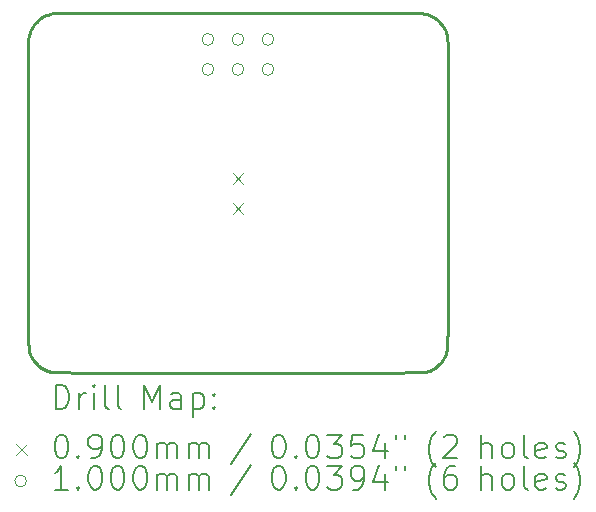
<source format=gbr>
%TF.GenerationSoftware,KiCad,Pcbnew,(6.99.0-2452-gdb4f2d9dd8)*%
%TF.CreationDate,2022-08-01T23:18:10-05:00*%
%TF.ProjectId,DDS,4444532e-6b69-4636-9164-5f7063625858,rev?*%
%TF.SameCoordinates,Original*%
%TF.FileFunction,Drillmap*%
%TF.FilePolarity,Positive*%
%FSLAX45Y45*%
G04 Gerber Fmt 4.5, Leading zero omitted, Abs format (unit mm)*
G04 Created by KiCad (PCBNEW (6.99.0-2452-gdb4f2d9dd8)) date 2022-08-01 23:18:10*
%MOMM*%
%LPD*%
G01*
G04 APERTURE LIST*
%ADD10C,0.240000*%
%ADD11C,0.200000*%
%ADD12C,0.090000*%
%ADD13C,0.100000*%
G04 APERTURE END LIST*
D10*
X15312848Y-9748300D02*
X15510523Y-9750080D01*
X15559004Y-9753362D01*
X15575298Y-9758353D01*
X15591121Y-9764381D01*
X15606432Y-9771404D01*
X15621192Y-9779384D01*
X15635361Y-9788281D01*
X15648901Y-9798057D01*
X15661771Y-9808670D01*
X15673932Y-9820081D01*
X15685344Y-9832252D01*
X15695968Y-9845143D01*
X15705764Y-9858713D01*
X15714693Y-9872923D01*
X15722716Y-9887735D01*
X15729792Y-9903107D01*
X15735882Y-9919002D01*
X15740947Y-9935378D01*
X15741956Y-9940112D01*
X15742846Y-9947578D01*
X15743625Y-9959438D01*
X15744299Y-9977355D01*
X15744875Y-10002990D01*
X15745363Y-10038005D01*
X15746099Y-10142825D01*
X15746567Y-10305110D01*
X15746827Y-10538158D01*
X15746963Y-11269726D01*
X15746099Y-12396628D01*
X15744299Y-12562098D01*
X15740947Y-12604074D01*
X15735945Y-12620290D01*
X15729953Y-12636015D01*
X15723005Y-12651218D01*
X15715134Y-12665865D01*
X15706372Y-12679922D01*
X15696753Y-12693355D01*
X15686311Y-12706132D01*
X15675077Y-12718220D01*
X15663085Y-12729584D01*
X15650368Y-12740191D01*
X15636960Y-12750008D01*
X15622892Y-12759002D01*
X15608200Y-12767139D01*
X15592914Y-12774385D01*
X15577069Y-12780708D01*
X15560697Y-12786074D01*
X15556016Y-12787073D01*
X15547889Y-12787955D01*
X15534366Y-12788729D01*
X15513494Y-12789402D01*
X15483320Y-12789983D01*
X15441892Y-12790480D01*
X15317464Y-12791252D01*
X15124593Y-12791783D01*
X14847658Y-12792139D01*
X13979124Y-12792578D01*
X12712259Y-12792174D01*
X12395371Y-12788630D01*
X12395372Y-12788623D01*
X12386215Y-12786626D01*
X12377239Y-12784330D01*
X12368436Y-12781730D01*
X12359802Y-12778824D01*
X12351332Y-12775609D01*
X12343019Y-12772083D01*
X12334859Y-12768241D01*
X12326846Y-12764082D01*
X12318975Y-12759601D01*
X12311239Y-12754797D01*
X12303635Y-12749666D01*
X12296156Y-12744205D01*
X12288797Y-12738411D01*
X12281552Y-12732282D01*
X12274417Y-12725814D01*
X12267385Y-12719004D01*
X12262419Y-12713945D01*
X12257704Y-12708948D01*
X12253227Y-12703991D01*
X12248975Y-12699057D01*
X12244935Y-12694125D01*
X12241093Y-12689175D01*
X12237436Y-12684189D01*
X12233951Y-12679146D01*
X12230626Y-12674027D01*
X12227446Y-12668812D01*
X12224399Y-12663482D01*
X12221472Y-12658017D01*
X12218652Y-12652397D01*
X12215925Y-12646603D01*
X12213278Y-12640616D01*
X12210699Y-12634415D01*
X12204379Y-12619642D01*
X12203069Y-12615681D01*
X12201860Y-12611011D01*
X12200749Y-12605333D01*
X12199730Y-12598348D01*
X12198801Y-12589754D01*
X12197957Y-12579251D01*
X12197195Y-12566541D01*
X12196512Y-12551321D01*
X12195364Y-12512155D01*
X12194484Y-12459353D01*
X12193841Y-12390513D01*
X12193406Y-12303235D01*
X12193147Y-12195116D01*
X12193036Y-12063755D01*
X12193464Y-11257877D01*
X12195089Y-10138309D01*
X12197003Y-9974473D01*
X12200385Y-9933690D01*
X12205683Y-9917566D01*
X12211823Y-9902016D01*
X12218786Y-9887058D01*
X12226553Y-9872713D01*
X12235104Y-9858999D01*
X12244422Y-9845936D01*
X12254486Y-9833542D01*
X12265278Y-9821839D01*
X12276779Y-9810844D01*
X12288970Y-9800578D01*
X12301832Y-9791059D01*
X12315345Y-9782307D01*
X12329492Y-9774341D01*
X12344252Y-9767181D01*
X12359607Y-9760845D01*
X12375538Y-9755354D01*
X12400938Y-9747422D01*
X13968964Y-9747422D01*
X15312848Y-9748300D01*
D11*
D12*
X13925705Y-11105000D02*
X14015705Y-11195000D01*
X14015705Y-11105000D02*
X13925705Y-11195000D01*
X13925705Y-11359000D02*
X14015705Y-11449000D01*
X14015705Y-11359000D02*
X13925705Y-11449000D01*
D13*
X13766705Y-9970000D02*
G75*
G03*
X13766705Y-9970000I-50000J0D01*
G01*
X13766705Y-10224000D02*
G75*
G03*
X13766705Y-10224000I-50000J0D01*
G01*
X14020705Y-9970000D02*
G75*
G03*
X14020705Y-9970000I-50000J0D01*
G01*
X14020705Y-10224000D02*
G75*
G03*
X14020705Y-10224000I-50000J0D01*
G01*
X14274705Y-9970000D02*
G75*
G03*
X14274705Y-9970000I-50000J0D01*
G01*
X14274705Y-10224000D02*
G75*
G03*
X14274705Y-10224000I-50000J0D01*
G01*
D11*
X12428655Y-13098054D02*
X12428655Y-12898054D01*
X12428655Y-12898054D02*
X12476274Y-12898054D01*
X12476274Y-12898054D02*
X12504846Y-12907578D01*
X12504846Y-12907578D02*
X12523894Y-12926625D01*
X12523894Y-12926625D02*
X12533417Y-12945673D01*
X12533417Y-12945673D02*
X12542941Y-12983768D01*
X12542941Y-12983768D02*
X12542941Y-13012340D01*
X12542941Y-13012340D02*
X12533417Y-13050435D01*
X12533417Y-13050435D02*
X12523894Y-13069482D01*
X12523894Y-13069482D02*
X12504846Y-13088530D01*
X12504846Y-13088530D02*
X12476274Y-13098054D01*
X12476274Y-13098054D02*
X12428655Y-13098054D01*
X12628655Y-13098054D02*
X12628655Y-12964721D01*
X12628655Y-13002816D02*
X12638179Y-12983768D01*
X12638179Y-12983768D02*
X12647703Y-12974244D01*
X12647703Y-12974244D02*
X12666751Y-12964721D01*
X12666751Y-12964721D02*
X12685798Y-12964721D01*
X12752465Y-13098054D02*
X12752465Y-12964721D01*
X12752465Y-12898054D02*
X12742941Y-12907578D01*
X12742941Y-12907578D02*
X12752465Y-12917102D01*
X12752465Y-12917102D02*
X12761989Y-12907578D01*
X12761989Y-12907578D02*
X12752465Y-12898054D01*
X12752465Y-12898054D02*
X12752465Y-12917102D01*
X12876274Y-13098054D02*
X12857227Y-13088530D01*
X12857227Y-13088530D02*
X12847703Y-13069482D01*
X12847703Y-13069482D02*
X12847703Y-12898054D01*
X12981036Y-13098054D02*
X12961989Y-13088530D01*
X12961989Y-13088530D02*
X12952465Y-13069482D01*
X12952465Y-13069482D02*
X12952465Y-12898054D01*
X13177227Y-13098054D02*
X13177227Y-12898054D01*
X13177227Y-12898054D02*
X13243894Y-13040911D01*
X13243894Y-13040911D02*
X13310560Y-12898054D01*
X13310560Y-12898054D02*
X13310560Y-13098054D01*
X13491513Y-13098054D02*
X13491513Y-12993292D01*
X13491513Y-12993292D02*
X13481989Y-12974244D01*
X13481989Y-12974244D02*
X13462941Y-12964721D01*
X13462941Y-12964721D02*
X13424846Y-12964721D01*
X13424846Y-12964721D02*
X13405798Y-12974244D01*
X13491513Y-13088530D02*
X13472465Y-13098054D01*
X13472465Y-13098054D02*
X13424846Y-13098054D01*
X13424846Y-13098054D02*
X13405798Y-13088530D01*
X13405798Y-13088530D02*
X13396274Y-13069482D01*
X13396274Y-13069482D02*
X13396274Y-13050435D01*
X13396274Y-13050435D02*
X13405798Y-13031387D01*
X13405798Y-13031387D02*
X13424846Y-13021863D01*
X13424846Y-13021863D02*
X13472465Y-13021863D01*
X13472465Y-13021863D02*
X13491513Y-13012340D01*
X13586751Y-12964721D02*
X13586751Y-13164721D01*
X13586751Y-12974244D02*
X13605798Y-12964721D01*
X13605798Y-12964721D02*
X13643894Y-12964721D01*
X13643894Y-12964721D02*
X13662941Y-12974244D01*
X13662941Y-12974244D02*
X13672465Y-12983768D01*
X13672465Y-12983768D02*
X13681989Y-13002816D01*
X13681989Y-13002816D02*
X13681989Y-13059959D01*
X13681989Y-13059959D02*
X13672465Y-13079006D01*
X13672465Y-13079006D02*
X13662941Y-13088530D01*
X13662941Y-13088530D02*
X13643894Y-13098054D01*
X13643894Y-13098054D02*
X13605798Y-13098054D01*
X13605798Y-13098054D02*
X13586751Y-13088530D01*
X13767703Y-13079006D02*
X13777227Y-13088530D01*
X13777227Y-13088530D02*
X13767703Y-13098054D01*
X13767703Y-13098054D02*
X13758179Y-13088530D01*
X13758179Y-13088530D02*
X13767703Y-13079006D01*
X13767703Y-13079006D02*
X13767703Y-13098054D01*
X13767703Y-12974244D02*
X13777227Y-12983768D01*
X13777227Y-12983768D02*
X13767703Y-12993292D01*
X13767703Y-12993292D02*
X13758179Y-12983768D01*
X13758179Y-12983768D02*
X13767703Y-12974244D01*
X13767703Y-12974244D02*
X13767703Y-12993292D01*
D12*
X12091036Y-13399578D02*
X12181036Y-13489578D01*
X12181036Y-13399578D02*
X12091036Y-13489578D01*
D11*
X12466751Y-13318054D02*
X12485798Y-13318054D01*
X12485798Y-13318054D02*
X12504846Y-13327578D01*
X12504846Y-13327578D02*
X12514370Y-13337102D01*
X12514370Y-13337102D02*
X12523894Y-13356149D01*
X12523894Y-13356149D02*
X12533417Y-13394244D01*
X12533417Y-13394244D02*
X12533417Y-13441863D01*
X12533417Y-13441863D02*
X12523894Y-13479959D01*
X12523894Y-13479959D02*
X12514370Y-13499006D01*
X12514370Y-13499006D02*
X12504846Y-13508530D01*
X12504846Y-13508530D02*
X12485798Y-13518054D01*
X12485798Y-13518054D02*
X12466751Y-13518054D01*
X12466751Y-13518054D02*
X12447703Y-13508530D01*
X12447703Y-13508530D02*
X12438179Y-13499006D01*
X12438179Y-13499006D02*
X12428655Y-13479959D01*
X12428655Y-13479959D02*
X12419132Y-13441863D01*
X12419132Y-13441863D02*
X12419132Y-13394244D01*
X12419132Y-13394244D02*
X12428655Y-13356149D01*
X12428655Y-13356149D02*
X12438179Y-13337102D01*
X12438179Y-13337102D02*
X12447703Y-13327578D01*
X12447703Y-13327578D02*
X12466751Y-13318054D01*
X12619132Y-13499006D02*
X12628655Y-13508530D01*
X12628655Y-13508530D02*
X12619132Y-13518054D01*
X12619132Y-13518054D02*
X12609608Y-13508530D01*
X12609608Y-13508530D02*
X12619132Y-13499006D01*
X12619132Y-13499006D02*
X12619132Y-13518054D01*
X12723894Y-13518054D02*
X12761989Y-13518054D01*
X12761989Y-13518054D02*
X12781036Y-13508530D01*
X12781036Y-13508530D02*
X12790560Y-13499006D01*
X12790560Y-13499006D02*
X12809608Y-13470435D01*
X12809608Y-13470435D02*
X12819132Y-13432340D01*
X12819132Y-13432340D02*
X12819132Y-13356149D01*
X12819132Y-13356149D02*
X12809608Y-13337102D01*
X12809608Y-13337102D02*
X12800084Y-13327578D01*
X12800084Y-13327578D02*
X12781036Y-13318054D01*
X12781036Y-13318054D02*
X12742941Y-13318054D01*
X12742941Y-13318054D02*
X12723894Y-13327578D01*
X12723894Y-13327578D02*
X12714370Y-13337102D01*
X12714370Y-13337102D02*
X12704846Y-13356149D01*
X12704846Y-13356149D02*
X12704846Y-13403768D01*
X12704846Y-13403768D02*
X12714370Y-13422816D01*
X12714370Y-13422816D02*
X12723894Y-13432340D01*
X12723894Y-13432340D02*
X12742941Y-13441863D01*
X12742941Y-13441863D02*
X12781036Y-13441863D01*
X12781036Y-13441863D02*
X12800084Y-13432340D01*
X12800084Y-13432340D02*
X12809608Y-13422816D01*
X12809608Y-13422816D02*
X12819132Y-13403768D01*
X12942941Y-13318054D02*
X12961989Y-13318054D01*
X12961989Y-13318054D02*
X12981036Y-13327578D01*
X12981036Y-13327578D02*
X12990560Y-13337102D01*
X12990560Y-13337102D02*
X13000084Y-13356149D01*
X13000084Y-13356149D02*
X13009608Y-13394244D01*
X13009608Y-13394244D02*
X13009608Y-13441863D01*
X13009608Y-13441863D02*
X13000084Y-13479959D01*
X13000084Y-13479959D02*
X12990560Y-13499006D01*
X12990560Y-13499006D02*
X12981036Y-13508530D01*
X12981036Y-13508530D02*
X12961989Y-13518054D01*
X12961989Y-13518054D02*
X12942941Y-13518054D01*
X12942941Y-13518054D02*
X12923894Y-13508530D01*
X12923894Y-13508530D02*
X12914370Y-13499006D01*
X12914370Y-13499006D02*
X12904846Y-13479959D01*
X12904846Y-13479959D02*
X12895322Y-13441863D01*
X12895322Y-13441863D02*
X12895322Y-13394244D01*
X12895322Y-13394244D02*
X12904846Y-13356149D01*
X12904846Y-13356149D02*
X12914370Y-13337102D01*
X12914370Y-13337102D02*
X12923894Y-13327578D01*
X12923894Y-13327578D02*
X12942941Y-13318054D01*
X13133417Y-13318054D02*
X13152465Y-13318054D01*
X13152465Y-13318054D02*
X13171513Y-13327578D01*
X13171513Y-13327578D02*
X13181036Y-13337102D01*
X13181036Y-13337102D02*
X13190560Y-13356149D01*
X13190560Y-13356149D02*
X13200084Y-13394244D01*
X13200084Y-13394244D02*
X13200084Y-13441863D01*
X13200084Y-13441863D02*
X13190560Y-13479959D01*
X13190560Y-13479959D02*
X13181036Y-13499006D01*
X13181036Y-13499006D02*
X13171513Y-13508530D01*
X13171513Y-13508530D02*
X13152465Y-13518054D01*
X13152465Y-13518054D02*
X13133417Y-13518054D01*
X13133417Y-13518054D02*
X13114370Y-13508530D01*
X13114370Y-13508530D02*
X13104846Y-13499006D01*
X13104846Y-13499006D02*
X13095322Y-13479959D01*
X13095322Y-13479959D02*
X13085798Y-13441863D01*
X13085798Y-13441863D02*
X13085798Y-13394244D01*
X13085798Y-13394244D02*
X13095322Y-13356149D01*
X13095322Y-13356149D02*
X13104846Y-13337102D01*
X13104846Y-13337102D02*
X13114370Y-13327578D01*
X13114370Y-13327578D02*
X13133417Y-13318054D01*
X13285798Y-13518054D02*
X13285798Y-13384721D01*
X13285798Y-13403768D02*
X13295322Y-13394244D01*
X13295322Y-13394244D02*
X13314370Y-13384721D01*
X13314370Y-13384721D02*
X13342941Y-13384721D01*
X13342941Y-13384721D02*
X13361989Y-13394244D01*
X13361989Y-13394244D02*
X13371513Y-13413292D01*
X13371513Y-13413292D02*
X13371513Y-13518054D01*
X13371513Y-13413292D02*
X13381036Y-13394244D01*
X13381036Y-13394244D02*
X13400084Y-13384721D01*
X13400084Y-13384721D02*
X13428655Y-13384721D01*
X13428655Y-13384721D02*
X13447703Y-13394244D01*
X13447703Y-13394244D02*
X13457227Y-13413292D01*
X13457227Y-13413292D02*
X13457227Y-13518054D01*
X13552465Y-13518054D02*
X13552465Y-13384721D01*
X13552465Y-13403768D02*
X13561989Y-13394244D01*
X13561989Y-13394244D02*
X13581036Y-13384721D01*
X13581036Y-13384721D02*
X13609608Y-13384721D01*
X13609608Y-13384721D02*
X13628656Y-13394244D01*
X13628656Y-13394244D02*
X13638179Y-13413292D01*
X13638179Y-13413292D02*
X13638179Y-13518054D01*
X13638179Y-13413292D02*
X13647703Y-13394244D01*
X13647703Y-13394244D02*
X13666751Y-13384721D01*
X13666751Y-13384721D02*
X13695322Y-13384721D01*
X13695322Y-13384721D02*
X13714370Y-13394244D01*
X13714370Y-13394244D02*
X13723894Y-13413292D01*
X13723894Y-13413292D02*
X13723894Y-13518054D01*
X14081989Y-13308530D02*
X13910560Y-13565673D01*
X14306751Y-13318054D02*
X14325798Y-13318054D01*
X14325798Y-13318054D02*
X14344846Y-13327578D01*
X14344846Y-13327578D02*
X14354370Y-13337102D01*
X14354370Y-13337102D02*
X14363894Y-13356149D01*
X14363894Y-13356149D02*
X14373417Y-13394244D01*
X14373417Y-13394244D02*
X14373417Y-13441863D01*
X14373417Y-13441863D02*
X14363894Y-13479959D01*
X14363894Y-13479959D02*
X14354370Y-13499006D01*
X14354370Y-13499006D02*
X14344846Y-13508530D01*
X14344846Y-13508530D02*
X14325798Y-13518054D01*
X14325798Y-13518054D02*
X14306751Y-13518054D01*
X14306751Y-13518054D02*
X14287703Y-13508530D01*
X14287703Y-13508530D02*
X14278179Y-13499006D01*
X14278179Y-13499006D02*
X14268656Y-13479959D01*
X14268656Y-13479959D02*
X14259132Y-13441863D01*
X14259132Y-13441863D02*
X14259132Y-13394244D01*
X14259132Y-13394244D02*
X14268656Y-13356149D01*
X14268656Y-13356149D02*
X14278179Y-13337102D01*
X14278179Y-13337102D02*
X14287703Y-13327578D01*
X14287703Y-13327578D02*
X14306751Y-13318054D01*
X14459132Y-13499006D02*
X14468656Y-13508530D01*
X14468656Y-13508530D02*
X14459132Y-13518054D01*
X14459132Y-13518054D02*
X14449608Y-13508530D01*
X14449608Y-13508530D02*
X14459132Y-13499006D01*
X14459132Y-13499006D02*
X14459132Y-13518054D01*
X14592465Y-13318054D02*
X14611513Y-13318054D01*
X14611513Y-13318054D02*
X14630560Y-13327578D01*
X14630560Y-13327578D02*
X14640084Y-13337102D01*
X14640084Y-13337102D02*
X14649608Y-13356149D01*
X14649608Y-13356149D02*
X14659132Y-13394244D01*
X14659132Y-13394244D02*
X14659132Y-13441863D01*
X14659132Y-13441863D02*
X14649608Y-13479959D01*
X14649608Y-13479959D02*
X14640084Y-13499006D01*
X14640084Y-13499006D02*
X14630560Y-13508530D01*
X14630560Y-13508530D02*
X14611513Y-13518054D01*
X14611513Y-13518054D02*
X14592465Y-13518054D01*
X14592465Y-13518054D02*
X14573417Y-13508530D01*
X14573417Y-13508530D02*
X14563894Y-13499006D01*
X14563894Y-13499006D02*
X14554370Y-13479959D01*
X14554370Y-13479959D02*
X14544846Y-13441863D01*
X14544846Y-13441863D02*
X14544846Y-13394244D01*
X14544846Y-13394244D02*
X14554370Y-13356149D01*
X14554370Y-13356149D02*
X14563894Y-13337102D01*
X14563894Y-13337102D02*
X14573417Y-13327578D01*
X14573417Y-13327578D02*
X14592465Y-13318054D01*
X14725798Y-13318054D02*
X14849608Y-13318054D01*
X14849608Y-13318054D02*
X14782941Y-13394244D01*
X14782941Y-13394244D02*
X14811513Y-13394244D01*
X14811513Y-13394244D02*
X14830560Y-13403768D01*
X14830560Y-13403768D02*
X14840084Y-13413292D01*
X14840084Y-13413292D02*
X14849608Y-13432340D01*
X14849608Y-13432340D02*
X14849608Y-13479959D01*
X14849608Y-13479959D02*
X14840084Y-13499006D01*
X14840084Y-13499006D02*
X14830560Y-13508530D01*
X14830560Y-13508530D02*
X14811513Y-13518054D01*
X14811513Y-13518054D02*
X14754370Y-13518054D01*
X14754370Y-13518054D02*
X14735322Y-13508530D01*
X14735322Y-13508530D02*
X14725798Y-13499006D01*
X15030560Y-13318054D02*
X14935322Y-13318054D01*
X14935322Y-13318054D02*
X14925798Y-13413292D01*
X14925798Y-13413292D02*
X14935322Y-13403768D01*
X14935322Y-13403768D02*
X14954370Y-13394244D01*
X14954370Y-13394244D02*
X15001989Y-13394244D01*
X15001989Y-13394244D02*
X15021037Y-13403768D01*
X15021037Y-13403768D02*
X15030560Y-13413292D01*
X15030560Y-13413292D02*
X15040084Y-13432340D01*
X15040084Y-13432340D02*
X15040084Y-13479959D01*
X15040084Y-13479959D02*
X15030560Y-13499006D01*
X15030560Y-13499006D02*
X15021037Y-13508530D01*
X15021037Y-13508530D02*
X15001989Y-13518054D01*
X15001989Y-13518054D02*
X14954370Y-13518054D01*
X14954370Y-13518054D02*
X14935322Y-13508530D01*
X14935322Y-13508530D02*
X14925798Y-13499006D01*
X15211513Y-13384721D02*
X15211513Y-13518054D01*
X15163894Y-13308530D02*
X15116275Y-13451387D01*
X15116275Y-13451387D02*
X15240084Y-13451387D01*
X15306751Y-13318054D02*
X15306751Y-13356149D01*
X15382941Y-13318054D02*
X15382941Y-13356149D01*
X15645799Y-13594244D02*
X15636275Y-13584721D01*
X15636275Y-13584721D02*
X15617227Y-13556149D01*
X15617227Y-13556149D02*
X15607703Y-13537102D01*
X15607703Y-13537102D02*
X15598179Y-13508530D01*
X15598179Y-13508530D02*
X15588656Y-13460911D01*
X15588656Y-13460911D02*
X15588656Y-13422816D01*
X15588656Y-13422816D02*
X15598179Y-13375197D01*
X15598179Y-13375197D02*
X15607703Y-13346625D01*
X15607703Y-13346625D02*
X15617227Y-13327578D01*
X15617227Y-13327578D02*
X15636275Y-13299006D01*
X15636275Y-13299006D02*
X15645799Y-13289482D01*
X15712465Y-13337102D02*
X15721989Y-13327578D01*
X15721989Y-13327578D02*
X15741037Y-13318054D01*
X15741037Y-13318054D02*
X15788656Y-13318054D01*
X15788656Y-13318054D02*
X15807703Y-13327578D01*
X15807703Y-13327578D02*
X15817227Y-13337102D01*
X15817227Y-13337102D02*
X15826751Y-13356149D01*
X15826751Y-13356149D02*
X15826751Y-13375197D01*
X15826751Y-13375197D02*
X15817227Y-13403768D01*
X15817227Y-13403768D02*
X15702941Y-13518054D01*
X15702941Y-13518054D02*
X15826751Y-13518054D01*
X16032465Y-13518054D02*
X16032465Y-13318054D01*
X16118179Y-13518054D02*
X16118179Y-13413292D01*
X16118179Y-13413292D02*
X16108656Y-13394244D01*
X16108656Y-13394244D02*
X16089608Y-13384721D01*
X16089608Y-13384721D02*
X16061037Y-13384721D01*
X16061037Y-13384721D02*
X16041989Y-13394244D01*
X16041989Y-13394244D02*
X16032465Y-13403768D01*
X16241989Y-13518054D02*
X16222941Y-13508530D01*
X16222941Y-13508530D02*
X16213418Y-13499006D01*
X16213418Y-13499006D02*
X16203894Y-13479959D01*
X16203894Y-13479959D02*
X16203894Y-13422816D01*
X16203894Y-13422816D02*
X16213418Y-13403768D01*
X16213418Y-13403768D02*
X16222941Y-13394244D01*
X16222941Y-13394244D02*
X16241989Y-13384721D01*
X16241989Y-13384721D02*
X16270560Y-13384721D01*
X16270560Y-13384721D02*
X16289608Y-13394244D01*
X16289608Y-13394244D02*
X16299132Y-13403768D01*
X16299132Y-13403768D02*
X16308656Y-13422816D01*
X16308656Y-13422816D02*
X16308656Y-13479959D01*
X16308656Y-13479959D02*
X16299132Y-13499006D01*
X16299132Y-13499006D02*
X16289608Y-13508530D01*
X16289608Y-13508530D02*
X16270560Y-13518054D01*
X16270560Y-13518054D02*
X16241989Y-13518054D01*
X16422941Y-13518054D02*
X16403894Y-13508530D01*
X16403894Y-13508530D02*
X16394370Y-13489482D01*
X16394370Y-13489482D02*
X16394370Y-13318054D01*
X16575322Y-13508530D02*
X16556275Y-13518054D01*
X16556275Y-13518054D02*
X16518179Y-13518054D01*
X16518179Y-13518054D02*
X16499132Y-13508530D01*
X16499132Y-13508530D02*
X16489608Y-13489482D01*
X16489608Y-13489482D02*
X16489608Y-13413292D01*
X16489608Y-13413292D02*
X16499132Y-13394244D01*
X16499132Y-13394244D02*
X16518179Y-13384721D01*
X16518179Y-13384721D02*
X16556275Y-13384721D01*
X16556275Y-13384721D02*
X16575322Y-13394244D01*
X16575322Y-13394244D02*
X16584846Y-13413292D01*
X16584846Y-13413292D02*
X16584846Y-13432340D01*
X16584846Y-13432340D02*
X16489608Y-13451387D01*
X16661037Y-13508530D02*
X16680084Y-13518054D01*
X16680084Y-13518054D02*
X16718179Y-13518054D01*
X16718179Y-13518054D02*
X16737227Y-13508530D01*
X16737227Y-13508530D02*
X16746751Y-13489482D01*
X16746751Y-13489482D02*
X16746751Y-13479959D01*
X16746751Y-13479959D02*
X16737227Y-13460911D01*
X16737227Y-13460911D02*
X16718179Y-13451387D01*
X16718179Y-13451387D02*
X16689608Y-13451387D01*
X16689608Y-13451387D02*
X16670560Y-13441863D01*
X16670560Y-13441863D02*
X16661037Y-13422816D01*
X16661037Y-13422816D02*
X16661037Y-13413292D01*
X16661037Y-13413292D02*
X16670560Y-13394244D01*
X16670560Y-13394244D02*
X16689608Y-13384721D01*
X16689608Y-13384721D02*
X16718179Y-13384721D01*
X16718179Y-13384721D02*
X16737227Y-13394244D01*
X16813418Y-13594244D02*
X16822942Y-13584721D01*
X16822942Y-13584721D02*
X16841989Y-13556149D01*
X16841989Y-13556149D02*
X16851513Y-13537102D01*
X16851513Y-13537102D02*
X16861037Y-13508530D01*
X16861037Y-13508530D02*
X16870561Y-13460911D01*
X16870561Y-13460911D02*
X16870561Y-13422816D01*
X16870561Y-13422816D02*
X16861037Y-13375197D01*
X16861037Y-13375197D02*
X16851513Y-13346625D01*
X16851513Y-13346625D02*
X16841989Y-13327578D01*
X16841989Y-13327578D02*
X16822942Y-13299006D01*
X16822942Y-13299006D02*
X16813418Y-13289482D01*
D13*
X12181036Y-13708578D02*
G75*
G03*
X12181036Y-13708578I-50000J0D01*
G01*
D11*
X12533417Y-13782054D02*
X12419132Y-13782054D01*
X12476274Y-13782054D02*
X12476274Y-13582054D01*
X12476274Y-13582054D02*
X12457227Y-13610625D01*
X12457227Y-13610625D02*
X12438179Y-13629673D01*
X12438179Y-13629673D02*
X12419132Y-13639197D01*
X12619132Y-13763006D02*
X12628655Y-13772530D01*
X12628655Y-13772530D02*
X12619132Y-13782054D01*
X12619132Y-13782054D02*
X12609608Y-13772530D01*
X12609608Y-13772530D02*
X12619132Y-13763006D01*
X12619132Y-13763006D02*
X12619132Y-13782054D01*
X12752465Y-13582054D02*
X12771513Y-13582054D01*
X12771513Y-13582054D02*
X12790560Y-13591578D01*
X12790560Y-13591578D02*
X12800084Y-13601102D01*
X12800084Y-13601102D02*
X12809608Y-13620149D01*
X12809608Y-13620149D02*
X12819132Y-13658244D01*
X12819132Y-13658244D02*
X12819132Y-13705863D01*
X12819132Y-13705863D02*
X12809608Y-13743959D01*
X12809608Y-13743959D02*
X12800084Y-13763006D01*
X12800084Y-13763006D02*
X12790560Y-13772530D01*
X12790560Y-13772530D02*
X12771513Y-13782054D01*
X12771513Y-13782054D02*
X12752465Y-13782054D01*
X12752465Y-13782054D02*
X12733417Y-13772530D01*
X12733417Y-13772530D02*
X12723894Y-13763006D01*
X12723894Y-13763006D02*
X12714370Y-13743959D01*
X12714370Y-13743959D02*
X12704846Y-13705863D01*
X12704846Y-13705863D02*
X12704846Y-13658244D01*
X12704846Y-13658244D02*
X12714370Y-13620149D01*
X12714370Y-13620149D02*
X12723894Y-13601102D01*
X12723894Y-13601102D02*
X12733417Y-13591578D01*
X12733417Y-13591578D02*
X12752465Y-13582054D01*
X12942941Y-13582054D02*
X12961989Y-13582054D01*
X12961989Y-13582054D02*
X12981036Y-13591578D01*
X12981036Y-13591578D02*
X12990560Y-13601102D01*
X12990560Y-13601102D02*
X13000084Y-13620149D01*
X13000084Y-13620149D02*
X13009608Y-13658244D01*
X13009608Y-13658244D02*
X13009608Y-13705863D01*
X13009608Y-13705863D02*
X13000084Y-13743959D01*
X13000084Y-13743959D02*
X12990560Y-13763006D01*
X12990560Y-13763006D02*
X12981036Y-13772530D01*
X12981036Y-13772530D02*
X12961989Y-13782054D01*
X12961989Y-13782054D02*
X12942941Y-13782054D01*
X12942941Y-13782054D02*
X12923894Y-13772530D01*
X12923894Y-13772530D02*
X12914370Y-13763006D01*
X12914370Y-13763006D02*
X12904846Y-13743959D01*
X12904846Y-13743959D02*
X12895322Y-13705863D01*
X12895322Y-13705863D02*
X12895322Y-13658244D01*
X12895322Y-13658244D02*
X12904846Y-13620149D01*
X12904846Y-13620149D02*
X12914370Y-13601102D01*
X12914370Y-13601102D02*
X12923894Y-13591578D01*
X12923894Y-13591578D02*
X12942941Y-13582054D01*
X13133417Y-13582054D02*
X13152465Y-13582054D01*
X13152465Y-13582054D02*
X13171513Y-13591578D01*
X13171513Y-13591578D02*
X13181036Y-13601102D01*
X13181036Y-13601102D02*
X13190560Y-13620149D01*
X13190560Y-13620149D02*
X13200084Y-13658244D01*
X13200084Y-13658244D02*
X13200084Y-13705863D01*
X13200084Y-13705863D02*
X13190560Y-13743959D01*
X13190560Y-13743959D02*
X13181036Y-13763006D01*
X13181036Y-13763006D02*
X13171513Y-13772530D01*
X13171513Y-13772530D02*
X13152465Y-13782054D01*
X13152465Y-13782054D02*
X13133417Y-13782054D01*
X13133417Y-13782054D02*
X13114370Y-13772530D01*
X13114370Y-13772530D02*
X13104846Y-13763006D01*
X13104846Y-13763006D02*
X13095322Y-13743959D01*
X13095322Y-13743959D02*
X13085798Y-13705863D01*
X13085798Y-13705863D02*
X13085798Y-13658244D01*
X13085798Y-13658244D02*
X13095322Y-13620149D01*
X13095322Y-13620149D02*
X13104846Y-13601102D01*
X13104846Y-13601102D02*
X13114370Y-13591578D01*
X13114370Y-13591578D02*
X13133417Y-13582054D01*
X13285798Y-13782054D02*
X13285798Y-13648721D01*
X13285798Y-13667768D02*
X13295322Y-13658244D01*
X13295322Y-13658244D02*
X13314370Y-13648721D01*
X13314370Y-13648721D02*
X13342941Y-13648721D01*
X13342941Y-13648721D02*
X13361989Y-13658244D01*
X13361989Y-13658244D02*
X13371513Y-13677292D01*
X13371513Y-13677292D02*
X13371513Y-13782054D01*
X13371513Y-13677292D02*
X13381036Y-13658244D01*
X13381036Y-13658244D02*
X13400084Y-13648721D01*
X13400084Y-13648721D02*
X13428655Y-13648721D01*
X13428655Y-13648721D02*
X13447703Y-13658244D01*
X13447703Y-13658244D02*
X13457227Y-13677292D01*
X13457227Y-13677292D02*
X13457227Y-13782054D01*
X13552465Y-13782054D02*
X13552465Y-13648721D01*
X13552465Y-13667768D02*
X13561989Y-13658244D01*
X13561989Y-13658244D02*
X13581036Y-13648721D01*
X13581036Y-13648721D02*
X13609608Y-13648721D01*
X13609608Y-13648721D02*
X13628656Y-13658244D01*
X13628656Y-13658244D02*
X13638179Y-13677292D01*
X13638179Y-13677292D02*
X13638179Y-13782054D01*
X13638179Y-13677292D02*
X13647703Y-13658244D01*
X13647703Y-13658244D02*
X13666751Y-13648721D01*
X13666751Y-13648721D02*
X13695322Y-13648721D01*
X13695322Y-13648721D02*
X13714370Y-13658244D01*
X13714370Y-13658244D02*
X13723894Y-13677292D01*
X13723894Y-13677292D02*
X13723894Y-13782054D01*
X14081989Y-13572530D02*
X13910560Y-13829673D01*
X14306751Y-13582054D02*
X14325798Y-13582054D01*
X14325798Y-13582054D02*
X14344846Y-13591578D01*
X14344846Y-13591578D02*
X14354370Y-13601102D01*
X14354370Y-13601102D02*
X14363894Y-13620149D01*
X14363894Y-13620149D02*
X14373417Y-13658244D01*
X14373417Y-13658244D02*
X14373417Y-13705863D01*
X14373417Y-13705863D02*
X14363894Y-13743959D01*
X14363894Y-13743959D02*
X14354370Y-13763006D01*
X14354370Y-13763006D02*
X14344846Y-13772530D01*
X14344846Y-13772530D02*
X14325798Y-13782054D01*
X14325798Y-13782054D02*
X14306751Y-13782054D01*
X14306751Y-13782054D02*
X14287703Y-13772530D01*
X14287703Y-13772530D02*
X14278179Y-13763006D01*
X14278179Y-13763006D02*
X14268656Y-13743959D01*
X14268656Y-13743959D02*
X14259132Y-13705863D01*
X14259132Y-13705863D02*
X14259132Y-13658244D01*
X14259132Y-13658244D02*
X14268656Y-13620149D01*
X14268656Y-13620149D02*
X14278179Y-13601102D01*
X14278179Y-13601102D02*
X14287703Y-13591578D01*
X14287703Y-13591578D02*
X14306751Y-13582054D01*
X14459132Y-13763006D02*
X14468656Y-13772530D01*
X14468656Y-13772530D02*
X14459132Y-13782054D01*
X14459132Y-13782054D02*
X14449608Y-13772530D01*
X14449608Y-13772530D02*
X14459132Y-13763006D01*
X14459132Y-13763006D02*
X14459132Y-13782054D01*
X14592465Y-13582054D02*
X14611513Y-13582054D01*
X14611513Y-13582054D02*
X14630560Y-13591578D01*
X14630560Y-13591578D02*
X14640084Y-13601102D01*
X14640084Y-13601102D02*
X14649608Y-13620149D01*
X14649608Y-13620149D02*
X14659132Y-13658244D01*
X14659132Y-13658244D02*
X14659132Y-13705863D01*
X14659132Y-13705863D02*
X14649608Y-13743959D01*
X14649608Y-13743959D02*
X14640084Y-13763006D01*
X14640084Y-13763006D02*
X14630560Y-13772530D01*
X14630560Y-13772530D02*
X14611513Y-13782054D01*
X14611513Y-13782054D02*
X14592465Y-13782054D01*
X14592465Y-13782054D02*
X14573417Y-13772530D01*
X14573417Y-13772530D02*
X14563894Y-13763006D01*
X14563894Y-13763006D02*
X14554370Y-13743959D01*
X14554370Y-13743959D02*
X14544846Y-13705863D01*
X14544846Y-13705863D02*
X14544846Y-13658244D01*
X14544846Y-13658244D02*
X14554370Y-13620149D01*
X14554370Y-13620149D02*
X14563894Y-13601102D01*
X14563894Y-13601102D02*
X14573417Y-13591578D01*
X14573417Y-13591578D02*
X14592465Y-13582054D01*
X14725798Y-13582054D02*
X14849608Y-13582054D01*
X14849608Y-13582054D02*
X14782941Y-13658244D01*
X14782941Y-13658244D02*
X14811513Y-13658244D01*
X14811513Y-13658244D02*
X14830560Y-13667768D01*
X14830560Y-13667768D02*
X14840084Y-13677292D01*
X14840084Y-13677292D02*
X14849608Y-13696340D01*
X14849608Y-13696340D02*
X14849608Y-13743959D01*
X14849608Y-13743959D02*
X14840084Y-13763006D01*
X14840084Y-13763006D02*
X14830560Y-13772530D01*
X14830560Y-13772530D02*
X14811513Y-13782054D01*
X14811513Y-13782054D02*
X14754370Y-13782054D01*
X14754370Y-13782054D02*
X14735322Y-13772530D01*
X14735322Y-13772530D02*
X14725798Y-13763006D01*
X14944846Y-13782054D02*
X14982941Y-13782054D01*
X14982941Y-13782054D02*
X15001989Y-13772530D01*
X15001989Y-13772530D02*
X15011513Y-13763006D01*
X15011513Y-13763006D02*
X15030560Y-13734435D01*
X15030560Y-13734435D02*
X15040084Y-13696340D01*
X15040084Y-13696340D02*
X15040084Y-13620149D01*
X15040084Y-13620149D02*
X15030560Y-13601102D01*
X15030560Y-13601102D02*
X15021037Y-13591578D01*
X15021037Y-13591578D02*
X15001989Y-13582054D01*
X15001989Y-13582054D02*
X14963894Y-13582054D01*
X14963894Y-13582054D02*
X14944846Y-13591578D01*
X14944846Y-13591578D02*
X14935322Y-13601102D01*
X14935322Y-13601102D02*
X14925798Y-13620149D01*
X14925798Y-13620149D02*
X14925798Y-13667768D01*
X14925798Y-13667768D02*
X14935322Y-13686816D01*
X14935322Y-13686816D02*
X14944846Y-13696340D01*
X14944846Y-13696340D02*
X14963894Y-13705863D01*
X14963894Y-13705863D02*
X15001989Y-13705863D01*
X15001989Y-13705863D02*
X15021037Y-13696340D01*
X15021037Y-13696340D02*
X15030560Y-13686816D01*
X15030560Y-13686816D02*
X15040084Y-13667768D01*
X15211513Y-13648721D02*
X15211513Y-13782054D01*
X15163894Y-13572530D02*
X15116275Y-13715387D01*
X15116275Y-13715387D02*
X15240084Y-13715387D01*
X15306751Y-13582054D02*
X15306751Y-13620149D01*
X15382941Y-13582054D02*
X15382941Y-13620149D01*
X15645799Y-13858244D02*
X15636275Y-13848721D01*
X15636275Y-13848721D02*
X15617227Y-13820149D01*
X15617227Y-13820149D02*
X15607703Y-13801102D01*
X15607703Y-13801102D02*
X15598179Y-13772530D01*
X15598179Y-13772530D02*
X15588656Y-13724911D01*
X15588656Y-13724911D02*
X15588656Y-13686816D01*
X15588656Y-13686816D02*
X15598179Y-13639197D01*
X15598179Y-13639197D02*
X15607703Y-13610625D01*
X15607703Y-13610625D02*
X15617227Y-13591578D01*
X15617227Y-13591578D02*
X15636275Y-13563006D01*
X15636275Y-13563006D02*
X15645799Y-13553482D01*
X15807703Y-13582054D02*
X15769608Y-13582054D01*
X15769608Y-13582054D02*
X15750560Y-13591578D01*
X15750560Y-13591578D02*
X15741037Y-13601102D01*
X15741037Y-13601102D02*
X15721989Y-13629673D01*
X15721989Y-13629673D02*
X15712465Y-13667768D01*
X15712465Y-13667768D02*
X15712465Y-13743959D01*
X15712465Y-13743959D02*
X15721989Y-13763006D01*
X15721989Y-13763006D02*
X15731513Y-13772530D01*
X15731513Y-13772530D02*
X15750560Y-13782054D01*
X15750560Y-13782054D02*
X15788656Y-13782054D01*
X15788656Y-13782054D02*
X15807703Y-13772530D01*
X15807703Y-13772530D02*
X15817227Y-13763006D01*
X15817227Y-13763006D02*
X15826751Y-13743959D01*
X15826751Y-13743959D02*
X15826751Y-13696340D01*
X15826751Y-13696340D02*
X15817227Y-13677292D01*
X15817227Y-13677292D02*
X15807703Y-13667768D01*
X15807703Y-13667768D02*
X15788656Y-13658244D01*
X15788656Y-13658244D02*
X15750560Y-13658244D01*
X15750560Y-13658244D02*
X15731513Y-13667768D01*
X15731513Y-13667768D02*
X15721989Y-13677292D01*
X15721989Y-13677292D02*
X15712465Y-13696340D01*
X16032465Y-13782054D02*
X16032465Y-13582054D01*
X16118179Y-13782054D02*
X16118179Y-13677292D01*
X16118179Y-13677292D02*
X16108656Y-13658244D01*
X16108656Y-13658244D02*
X16089608Y-13648721D01*
X16089608Y-13648721D02*
X16061037Y-13648721D01*
X16061037Y-13648721D02*
X16041989Y-13658244D01*
X16041989Y-13658244D02*
X16032465Y-13667768D01*
X16241989Y-13782054D02*
X16222941Y-13772530D01*
X16222941Y-13772530D02*
X16213418Y-13763006D01*
X16213418Y-13763006D02*
X16203894Y-13743959D01*
X16203894Y-13743959D02*
X16203894Y-13686816D01*
X16203894Y-13686816D02*
X16213418Y-13667768D01*
X16213418Y-13667768D02*
X16222941Y-13658244D01*
X16222941Y-13658244D02*
X16241989Y-13648721D01*
X16241989Y-13648721D02*
X16270560Y-13648721D01*
X16270560Y-13648721D02*
X16289608Y-13658244D01*
X16289608Y-13658244D02*
X16299132Y-13667768D01*
X16299132Y-13667768D02*
X16308656Y-13686816D01*
X16308656Y-13686816D02*
X16308656Y-13743959D01*
X16308656Y-13743959D02*
X16299132Y-13763006D01*
X16299132Y-13763006D02*
X16289608Y-13772530D01*
X16289608Y-13772530D02*
X16270560Y-13782054D01*
X16270560Y-13782054D02*
X16241989Y-13782054D01*
X16422941Y-13782054D02*
X16403894Y-13772530D01*
X16403894Y-13772530D02*
X16394370Y-13753482D01*
X16394370Y-13753482D02*
X16394370Y-13582054D01*
X16575322Y-13772530D02*
X16556275Y-13782054D01*
X16556275Y-13782054D02*
X16518179Y-13782054D01*
X16518179Y-13782054D02*
X16499132Y-13772530D01*
X16499132Y-13772530D02*
X16489608Y-13753482D01*
X16489608Y-13753482D02*
X16489608Y-13677292D01*
X16489608Y-13677292D02*
X16499132Y-13658244D01*
X16499132Y-13658244D02*
X16518179Y-13648721D01*
X16518179Y-13648721D02*
X16556275Y-13648721D01*
X16556275Y-13648721D02*
X16575322Y-13658244D01*
X16575322Y-13658244D02*
X16584846Y-13677292D01*
X16584846Y-13677292D02*
X16584846Y-13696340D01*
X16584846Y-13696340D02*
X16489608Y-13715387D01*
X16661037Y-13772530D02*
X16680084Y-13782054D01*
X16680084Y-13782054D02*
X16718179Y-13782054D01*
X16718179Y-13782054D02*
X16737227Y-13772530D01*
X16737227Y-13772530D02*
X16746751Y-13753482D01*
X16746751Y-13753482D02*
X16746751Y-13743959D01*
X16746751Y-13743959D02*
X16737227Y-13724911D01*
X16737227Y-13724911D02*
X16718179Y-13715387D01*
X16718179Y-13715387D02*
X16689608Y-13715387D01*
X16689608Y-13715387D02*
X16670560Y-13705863D01*
X16670560Y-13705863D02*
X16661037Y-13686816D01*
X16661037Y-13686816D02*
X16661037Y-13677292D01*
X16661037Y-13677292D02*
X16670560Y-13658244D01*
X16670560Y-13658244D02*
X16689608Y-13648721D01*
X16689608Y-13648721D02*
X16718179Y-13648721D01*
X16718179Y-13648721D02*
X16737227Y-13658244D01*
X16813418Y-13858244D02*
X16822942Y-13848721D01*
X16822942Y-13848721D02*
X16841989Y-13820149D01*
X16841989Y-13820149D02*
X16851513Y-13801102D01*
X16851513Y-13801102D02*
X16861037Y-13772530D01*
X16861037Y-13772530D02*
X16870561Y-13724911D01*
X16870561Y-13724911D02*
X16870561Y-13686816D01*
X16870561Y-13686816D02*
X16861037Y-13639197D01*
X16861037Y-13639197D02*
X16851513Y-13610625D01*
X16851513Y-13610625D02*
X16841989Y-13591578D01*
X16841989Y-13591578D02*
X16822942Y-13563006D01*
X16822942Y-13563006D02*
X16813418Y-13553482D01*
M02*

</source>
